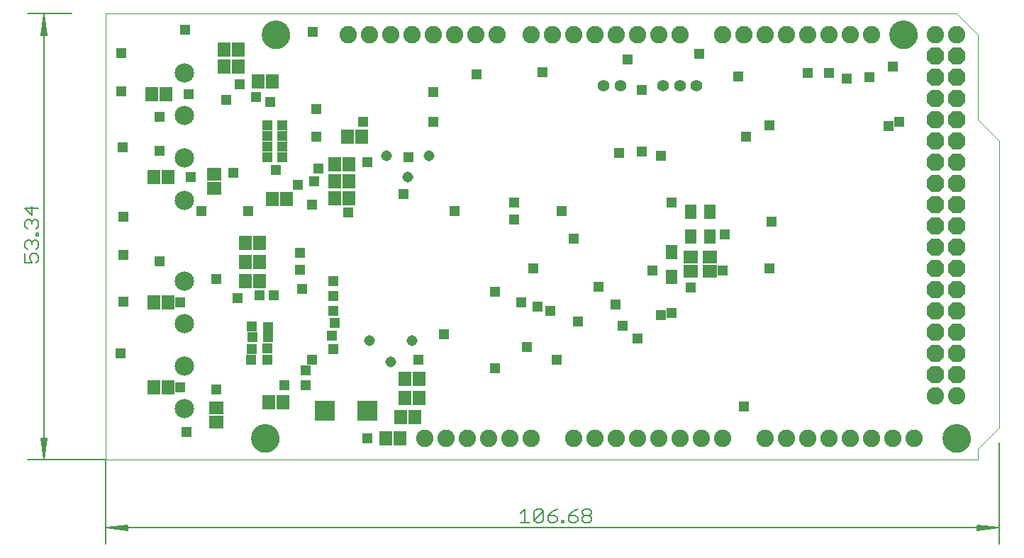
<source format=gbs>
G75*
%MOIN*%
%OFA0B0*%
%FSLAX24Y24*%
%IPPOS*%
%LPD*%
%AMOC8*
5,1,8,0,0,1.08239X$1,22.5*
%
%ADD10C,0.0000*%
%ADD11C,0.0051*%
%ADD12C,0.0060*%
%ADD13R,0.0966X0.0966*%
%ADD14R,0.0592X0.0671*%
%ADD15C,0.0907*%
%ADD16C,0.0820*%
%ADD17OC8,0.0820*%
%ADD18C,0.1340*%
%ADD19C,0.0556*%
%ADD20C,0.0516*%
%ADD21R,0.0552X0.0671*%
%ADD22R,0.0671X0.0592*%
%ADD23R,0.0480X0.0480*%
D10*
X004160Y004093D02*
X004160Y025093D01*
X044160Y025093D01*
X045160Y024093D01*
X045160Y020093D01*
X046160Y019093D01*
X046160Y005593D01*
X045160Y004593D01*
X045160Y004093D01*
X004160Y004093D01*
X011030Y005093D02*
X011032Y005143D01*
X011038Y005193D01*
X011048Y005242D01*
X011062Y005290D01*
X011079Y005337D01*
X011100Y005382D01*
X011125Y005426D01*
X011153Y005467D01*
X011185Y005506D01*
X011219Y005543D01*
X011256Y005577D01*
X011296Y005607D01*
X011338Y005634D01*
X011382Y005658D01*
X011428Y005679D01*
X011475Y005695D01*
X011523Y005708D01*
X011573Y005717D01*
X011622Y005722D01*
X011673Y005723D01*
X011723Y005720D01*
X011772Y005713D01*
X011821Y005702D01*
X011869Y005687D01*
X011915Y005669D01*
X011960Y005647D01*
X012003Y005621D01*
X012044Y005592D01*
X012083Y005560D01*
X012119Y005525D01*
X012151Y005487D01*
X012181Y005447D01*
X012208Y005404D01*
X012231Y005360D01*
X012250Y005314D01*
X012266Y005266D01*
X012278Y005217D01*
X012286Y005168D01*
X012290Y005118D01*
X012290Y005068D01*
X012286Y005018D01*
X012278Y004969D01*
X012266Y004920D01*
X012250Y004872D01*
X012231Y004826D01*
X012208Y004782D01*
X012181Y004739D01*
X012151Y004699D01*
X012119Y004661D01*
X012083Y004626D01*
X012044Y004594D01*
X012003Y004565D01*
X011960Y004539D01*
X011915Y004517D01*
X011869Y004499D01*
X011821Y004484D01*
X011772Y004473D01*
X011723Y004466D01*
X011673Y004463D01*
X011622Y004464D01*
X011573Y004469D01*
X011523Y004478D01*
X011475Y004491D01*
X011428Y004507D01*
X011382Y004528D01*
X011338Y004552D01*
X011296Y004579D01*
X011256Y004609D01*
X011219Y004643D01*
X011185Y004680D01*
X011153Y004719D01*
X011125Y004760D01*
X011100Y004804D01*
X011079Y004849D01*
X011062Y004896D01*
X011048Y004944D01*
X011038Y004993D01*
X011032Y005043D01*
X011030Y005093D01*
X043530Y005093D02*
X043532Y005143D01*
X043538Y005193D01*
X043548Y005242D01*
X043562Y005290D01*
X043579Y005337D01*
X043600Y005382D01*
X043625Y005426D01*
X043653Y005467D01*
X043685Y005506D01*
X043719Y005543D01*
X043756Y005577D01*
X043796Y005607D01*
X043838Y005634D01*
X043882Y005658D01*
X043928Y005679D01*
X043975Y005695D01*
X044023Y005708D01*
X044073Y005717D01*
X044122Y005722D01*
X044173Y005723D01*
X044223Y005720D01*
X044272Y005713D01*
X044321Y005702D01*
X044369Y005687D01*
X044415Y005669D01*
X044460Y005647D01*
X044503Y005621D01*
X044544Y005592D01*
X044583Y005560D01*
X044619Y005525D01*
X044651Y005487D01*
X044681Y005447D01*
X044708Y005404D01*
X044731Y005360D01*
X044750Y005314D01*
X044766Y005266D01*
X044778Y005217D01*
X044786Y005168D01*
X044790Y005118D01*
X044790Y005068D01*
X044786Y005018D01*
X044778Y004969D01*
X044766Y004920D01*
X044750Y004872D01*
X044731Y004826D01*
X044708Y004782D01*
X044681Y004739D01*
X044651Y004699D01*
X044619Y004661D01*
X044583Y004626D01*
X044544Y004594D01*
X044503Y004565D01*
X044460Y004539D01*
X044415Y004517D01*
X044369Y004499D01*
X044321Y004484D01*
X044272Y004473D01*
X044223Y004466D01*
X044173Y004463D01*
X044122Y004464D01*
X044073Y004469D01*
X044023Y004478D01*
X043975Y004491D01*
X043928Y004507D01*
X043882Y004528D01*
X043838Y004552D01*
X043796Y004579D01*
X043756Y004609D01*
X043719Y004643D01*
X043685Y004680D01*
X043653Y004719D01*
X043625Y004760D01*
X043600Y004804D01*
X043579Y004849D01*
X043562Y004896D01*
X043548Y004944D01*
X043538Y004993D01*
X043532Y005043D01*
X043530Y005093D01*
X041030Y024093D02*
X041032Y024143D01*
X041038Y024193D01*
X041048Y024242D01*
X041062Y024290D01*
X041079Y024337D01*
X041100Y024382D01*
X041125Y024426D01*
X041153Y024467D01*
X041185Y024506D01*
X041219Y024543D01*
X041256Y024577D01*
X041296Y024607D01*
X041338Y024634D01*
X041382Y024658D01*
X041428Y024679D01*
X041475Y024695D01*
X041523Y024708D01*
X041573Y024717D01*
X041622Y024722D01*
X041673Y024723D01*
X041723Y024720D01*
X041772Y024713D01*
X041821Y024702D01*
X041869Y024687D01*
X041915Y024669D01*
X041960Y024647D01*
X042003Y024621D01*
X042044Y024592D01*
X042083Y024560D01*
X042119Y024525D01*
X042151Y024487D01*
X042181Y024447D01*
X042208Y024404D01*
X042231Y024360D01*
X042250Y024314D01*
X042266Y024266D01*
X042278Y024217D01*
X042286Y024168D01*
X042290Y024118D01*
X042290Y024068D01*
X042286Y024018D01*
X042278Y023969D01*
X042266Y023920D01*
X042250Y023872D01*
X042231Y023826D01*
X042208Y023782D01*
X042181Y023739D01*
X042151Y023699D01*
X042119Y023661D01*
X042083Y023626D01*
X042044Y023594D01*
X042003Y023565D01*
X041960Y023539D01*
X041915Y023517D01*
X041869Y023499D01*
X041821Y023484D01*
X041772Y023473D01*
X041723Y023466D01*
X041673Y023463D01*
X041622Y023464D01*
X041573Y023469D01*
X041523Y023478D01*
X041475Y023491D01*
X041428Y023507D01*
X041382Y023528D01*
X041338Y023552D01*
X041296Y023579D01*
X041256Y023609D01*
X041219Y023643D01*
X041185Y023680D01*
X041153Y023719D01*
X041125Y023760D01*
X041100Y023804D01*
X041079Y023849D01*
X041062Y023896D01*
X041048Y023944D01*
X041038Y023993D01*
X041032Y024043D01*
X041030Y024093D01*
X011530Y024093D02*
X011532Y024143D01*
X011538Y024193D01*
X011548Y024242D01*
X011562Y024290D01*
X011579Y024337D01*
X011600Y024382D01*
X011625Y024426D01*
X011653Y024467D01*
X011685Y024506D01*
X011719Y024543D01*
X011756Y024577D01*
X011796Y024607D01*
X011838Y024634D01*
X011882Y024658D01*
X011928Y024679D01*
X011975Y024695D01*
X012023Y024708D01*
X012073Y024717D01*
X012122Y024722D01*
X012173Y024723D01*
X012223Y024720D01*
X012272Y024713D01*
X012321Y024702D01*
X012369Y024687D01*
X012415Y024669D01*
X012460Y024647D01*
X012503Y024621D01*
X012544Y024592D01*
X012583Y024560D01*
X012619Y024525D01*
X012651Y024487D01*
X012681Y024447D01*
X012708Y024404D01*
X012731Y024360D01*
X012750Y024314D01*
X012766Y024266D01*
X012778Y024217D01*
X012786Y024168D01*
X012790Y024118D01*
X012790Y024068D01*
X012786Y024018D01*
X012778Y023969D01*
X012766Y023920D01*
X012750Y023872D01*
X012731Y023826D01*
X012708Y023782D01*
X012681Y023739D01*
X012651Y023699D01*
X012619Y023661D01*
X012583Y023626D01*
X012544Y023594D01*
X012503Y023565D01*
X012460Y023539D01*
X012415Y023517D01*
X012369Y023499D01*
X012321Y023484D01*
X012272Y023473D01*
X012223Y023466D01*
X012173Y023463D01*
X012122Y023464D01*
X012073Y023469D01*
X012023Y023478D01*
X011975Y023491D01*
X011928Y023507D01*
X011882Y023528D01*
X011838Y023552D01*
X011796Y023579D01*
X011756Y023609D01*
X011719Y023643D01*
X011685Y023680D01*
X011653Y023719D01*
X011625Y023760D01*
X011600Y023804D01*
X011579Y023849D01*
X011562Y023896D01*
X011548Y023944D01*
X011538Y023993D01*
X011532Y024043D01*
X011530Y024093D01*
D11*
X004160Y004093D02*
X004160Y000126D01*
X004185Y000893D02*
X005183Y000791D01*
X005183Y000768D02*
X004185Y000893D01*
X005183Y000996D01*
X005183Y001019D02*
X005183Y000768D01*
X005183Y000842D02*
X004185Y000893D01*
X005183Y000944D01*
X005183Y001019D02*
X004185Y000893D01*
X046134Y000893D01*
X045136Y000791D01*
X045136Y000768D02*
X046134Y000893D01*
X045136Y000996D01*
X045136Y001019D02*
X045136Y000768D01*
X045136Y000842D02*
X046134Y000893D01*
X045136Y000944D01*
X045136Y001019D02*
X046134Y000893D01*
X046160Y000126D02*
X046160Y004893D01*
X004160Y004093D02*
X000492Y004093D01*
X001260Y004119D02*
X001362Y005117D01*
X001385Y005117D02*
X001260Y004119D01*
X001157Y005117D01*
X001134Y005117D02*
X001385Y005117D01*
X001311Y005117D02*
X001260Y004119D01*
X001208Y005117D01*
X001134Y005117D02*
X001260Y004119D01*
X001260Y025068D01*
X001362Y024070D01*
X001385Y024070D02*
X001260Y025068D01*
X001157Y024070D01*
X001134Y024070D02*
X001385Y024070D01*
X001311Y024070D02*
X001260Y025068D01*
X001208Y024070D01*
X001134Y024070D02*
X001260Y025068D01*
X000492Y025093D02*
X002560Y025093D01*
D12*
X000683Y016050D02*
X000683Y015623D01*
X000363Y015943D01*
X001003Y015943D01*
X000897Y015405D02*
X001003Y015299D01*
X001003Y015085D01*
X000897Y014978D01*
X000897Y014763D02*
X001003Y014763D01*
X001003Y014656D01*
X000897Y014656D01*
X000897Y014763D01*
X000897Y014439D02*
X001003Y014332D01*
X001003Y014118D01*
X000897Y014012D01*
X000897Y013794D02*
X001003Y013687D01*
X001003Y013474D01*
X000897Y013367D01*
X000683Y013367D02*
X000576Y013581D01*
X000576Y013687D01*
X000683Y013794D01*
X000897Y013794D01*
X000470Y014012D02*
X000363Y014118D01*
X000363Y014332D01*
X000470Y014439D01*
X000576Y014439D01*
X000683Y014332D01*
X000790Y014439D01*
X000897Y014439D01*
X000683Y014332D02*
X000683Y014225D01*
X000363Y013794D02*
X000363Y013367D01*
X000683Y013367D01*
X000470Y014978D02*
X000363Y015085D01*
X000363Y015299D01*
X000470Y015405D01*
X000576Y015405D01*
X000683Y015299D01*
X000790Y015405D01*
X000897Y015405D01*
X000683Y015299D02*
X000683Y015192D01*
X023654Y001577D02*
X023867Y001790D01*
X023867Y001149D01*
X023654Y001149D02*
X024081Y001149D01*
X024298Y001256D02*
X024725Y001683D01*
X024725Y001256D01*
X024619Y001149D01*
X024405Y001149D01*
X024298Y001256D01*
X024298Y001683D01*
X024405Y001790D01*
X024619Y001790D01*
X024725Y001683D01*
X024943Y001470D02*
X025263Y001470D01*
X025370Y001363D01*
X025370Y001256D01*
X025263Y001149D01*
X025050Y001149D01*
X024943Y001256D01*
X024943Y001470D01*
X025156Y001683D01*
X025370Y001790D01*
X025910Y001470D02*
X026230Y001470D01*
X026337Y001363D01*
X026337Y001256D01*
X026230Y001149D01*
X026017Y001149D01*
X025910Y001256D01*
X025910Y001470D01*
X026123Y001683D01*
X026337Y001790D01*
X026554Y001683D02*
X026554Y001577D01*
X026661Y001470D01*
X026875Y001470D01*
X026981Y001363D01*
X026981Y001256D01*
X026875Y001149D01*
X026661Y001149D01*
X026554Y001256D01*
X026554Y001363D01*
X026661Y001470D01*
X026875Y001470D02*
X026981Y001577D01*
X026981Y001683D01*
X026875Y001790D01*
X026661Y001790D01*
X026554Y001683D01*
X025694Y001256D02*
X025694Y001149D01*
X025587Y001149D01*
X025587Y001256D01*
X025694Y001256D01*
D13*
X016457Y006393D03*
X014457Y006393D03*
D14*
X012484Y006823D03*
X011815Y006823D03*
X007094Y007493D03*
X006425Y007493D03*
X006425Y011493D03*
X007094Y011493D03*
X010725Y012493D03*
X011394Y012493D03*
X011394Y013393D03*
X010725Y013393D03*
X010725Y014293D03*
X011394Y014293D03*
X011975Y016363D03*
X012644Y016363D03*
X014925Y016393D03*
X015594Y016393D03*
X015594Y017193D03*
X014925Y017193D03*
X014925Y017993D03*
X015594Y017993D03*
X015525Y019293D03*
X016194Y019293D03*
X011994Y021893D03*
X011325Y021893D03*
X010394Y022593D03*
X009725Y022593D03*
X009725Y023393D03*
X010394Y023393D03*
X006994Y021293D03*
X006325Y021293D03*
X006425Y017393D03*
X007094Y017393D03*
X018225Y007893D03*
X018894Y007893D03*
X018894Y006993D03*
X018225Y006993D03*
X018025Y006093D03*
X018694Y006093D03*
X017994Y005093D03*
X017325Y005093D03*
D15*
X007860Y006493D03*
X007860Y008493D03*
X007860Y010493D03*
X007860Y012493D03*
X007860Y016293D03*
X007860Y018293D03*
X007860Y020293D03*
X007860Y022293D03*
D16*
X015560Y024093D03*
X016560Y024093D03*
X017560Y024093D03*
X018560Y024093D03*
X019560Y024093D03*
X020560Y024093D03*
X021560Y024093D03*
X022560Y024093D03*
X024160Y024093D03*
X025160Y024093D03*
X026160Y024093D03*
X027160Y024093D03*
X028160Y024093D03*
X029160Y024093D03*
X030160Y024093D03*
X031160Y024093D03*
X033160Y024093D03*
X034160Y024093D03*
X035160Y024093D03*
X036160Y024093D03*
X037160Y024093D03*
X038160Y024093D03*
X039160Y024093D03*
X040160Y024093D03*
X043160Y024093D03*
X044160Y024093D03*
X044160Y007093D03*
X043160Y007093D03*
X042160Y005093D03*
X041160Y005093D03*
X040160Y005093D03*
X039160Y005093D03*
X038160Y005093D03*
X037160Y005093D03*
X036160Y005093D03*
X035160Y005093D03*
X033160Y005093D03*
X032160Y005093D03*
X031160Y005093D03*
X030160Y005093D03*
X029160Y005093D03*
X028160Y005093D03*
X027160Y005093D03*
X026160Y005093D03*
X024160Y005093D03*
X023160Y005093D03*
X022160Y005093D03*
X021160Y005093D03*
X020160Y005093D03*
X019160Y005093D03*
D17*
X043160Y008093D03*
X044160Y008093D03*
X044160Y009093D03*
X043160Y009093D03*
X043160Y010093D03*
X044160Y010093D03*
X044160Y011093D03*
X043160Y011093D03*
X043160Y012093D03*
X044160Y012093D03*
X044160Y013093D03*
X043160Y013093D03*
X043160Y014093D03*
X044160Y014093D03*
X044160Y015093D03*
X043160Y015093D03*
X043160Y016093D03*
X044160Y016093D03*
X044160Y017093D03*
X043160Y017093D03*
X043160Y018093D03*
X044160Y018093D03*
X044160Y019093D03*
X043160Y019093D03*
X043160Y020093D03*
X044160Y020093D03*
X044160Y021093D03*
X043160Y021093D03*
X043160Y022093D03*
X044160Y022093D03*
X044160Y023093D03*
X043160Y023093D03*
D18*
X041660Y024093D03*
X012160Y024093D03*
X011660Y005093D03*
X044160Y005093D03*
D19*
X031934Y021693D03*
X031147Y021693D03*
X030360Y021693D03*
X028347Y021693D03*
X027560Y021693D03*
D20*
X019360Y018393D03*
X018360Y017393D03*
X017360Y018393D03*
X016560Y009693D03*
X017560Y008693D03*
X018560Y009693D03*
D21*
X030760Y012722D03*
X030760Y013864D03*
X031660Y014622D03*
X032560Y014622D03*
X032560Y015764D03*
X031660Y015764D03*
D22*
X031660Y013628D03*
X032560Y013628D03*
X032560Y012959D03*
X031660Y012959D03*
X009360Y006528D03*
X009360Y005859D03*
X009260Y016859D03*
X009260Y017528D03*
D23*
X010160Y017593D03*
X011740Y018343D03*
X012440Y018343D03*
X012440Y018843D03*
X011740Y018843D03*
X011740Y019343D03*
X012440Y019343D03*
X012440Y019843D03*
X011740Y019843D03*
X011894Y020928D03*
X011225Y021175D03*
X010460Y021759D03*
X009825Y021028D03*
X008060Y021293D03*
X006670Y020233D03*
X004870Y021433D03*
X004870Y023233D03*
X007870Y024333D03*
X013870Y024233D03*
X019560Y021393D03*
X021570Y022233D03*
X024670Y022333D03*
X028670Y022933D03*
X029360Y021493D03*
X032060Y023193D03*
X033870Y022133D03*
X037160Y022293D03*
X038160Y022293D03*
X038970Y022033D03*
X040060Y022093D03*
X041160Y022593D03*
X041460Y019993D03*
X040960Y019793D03*
X035360Y019843D03*
X034260Y019293D03*
X030260Y018393D03*
X029360Y018593D03*
X028270Y018533D03*
X030760Y016193D03*
X033260Y014693D03*
X035460Y015293D03*
X035360Y013093D03*
X033160Y012993D03*
X031660Y012193D03*
X029860Y012993D03*
X027320Y012233D03*
X028110Y011393D03*
X028460Y010393D03*
X029160Y009793D03*
X030260Y010893D03*
X030760Y010993D03*
X026360Y010593D03*
X025060Y011093D03*
X024460Y011293D03*
X023670Y011493D03*
X022460Y011993D03*
X024260Y013093D03*
X026160Y014493D03*
X025600Y015803D03*
X023360Y016193D03*
X023360Y015393D03*
X020560Y015793D03*
X018160Y016593D03*
X016460Y018093D03*
X018370Y018333D03*
X019560Y019993D03*
X016260Y019993D03*
X014060Y020603D03*
X014060Y019293D03*
X014160Y017793D03*
X013960Y017193D03*
X013200Y017043D03*
X012140Y017743D03*
X013860Y016093D03*
X015560Y015733D03*
X013270Y013833D03*
X013270Y013033D03*
X013370Y012133D03*
X012060Y011833D03*
X011390Y011843D03*
X010360Y011693D03*
X009360Y012593D03*
X007660Y011493D03*
X004970Y011533D03*
X006670Y013433D03*
X004970Y013733D03*
X004970Y015533D03*
X008160Y017393D03*
X006670Y018633D03*
X004960Y018793D03*
X008660Y015793D03*
X010860Y015793D03*
X014860Y012493D03*
X014860Y011793D03*
X014860Y011093D03*
X014910Y010533D03*
X014790Y009953D03*
X014860Y009293D03*
X013860Y008793D03*
X013560Y008293D03*
X013560Y007593D03*
X012560Y007593D03*
X011760Y008813D03*
X011740Y009333D03*
X011030Y009303D03*
X011000Y008803D03*
X011040Y009883D03*
X011030Y010363D03*
X011790Y010353D03*
X011770Y009883D03*
X009360Y007393D03*
X007660Y007493D03*
X004860Y009093D03*
X007960Y005393D03*
X016460Y005093D03*
X022460Y008393D03*
X023960Y009393D03*
X025360Y008793D03*
X020060Y009993D03*
X018860Y008793D03*
X034160Y006593D03*
M02*

</source>
